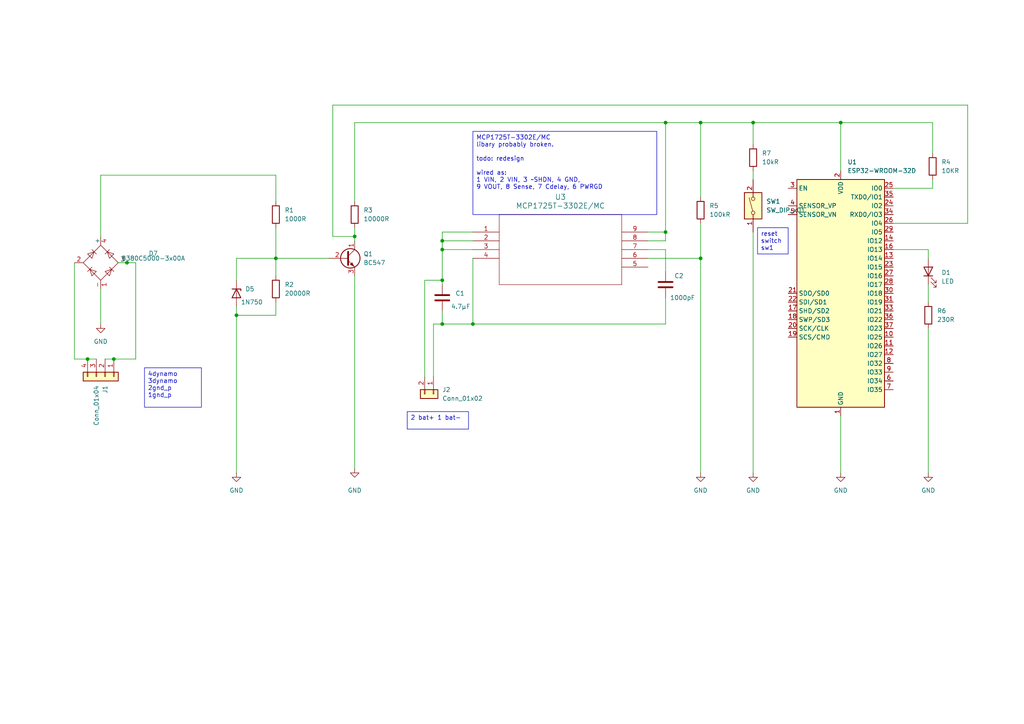
<source format=kicad_sch>
(kicad_sch (version 20230121) (generator eeschema)
  (paper "A4")
  (lib_symbols
    (symbol "Connector_Generic:Conn_01x02" (pin_names (offset 1.016) hide)
      (property "Reference" "J" (at 0 2.54 0))
      (property "Value" "Conn_01x02" (at 0 -5.08 0))
      (symbol "Conn_01x02_1_1"
        (rectangle (start -1.27 -2.413) (end 0 -2.667) (stroke (width 0.1524)))
        (rectangle (start -1.27 0.127) (end 0 -0.127) (stroke (width 0.1524)))
        (rectangle (start -1.27 1.27) (end 1.27 -3.81) (stroke (width 0.254)) (fill (type background)))
        (pin passive line (at -5.08 0 0) (length 3.81) (name "Pin_1") (number "1"))
        (pin passive line (at -5.08 -2.54 0) (length 3.81) (name "Pin_2") (number "2"))
      )
    )
    (symbol "Connector_Generic:Conn_01x04" (pin_names (offset 1.016) hide)
      (property "Reference" "J" (at 0 5.08 0))
      (property "Value" "Conn_01x04" (at 0 -7.62 0))
      (symbol "Conn_01x04_1_1"
        (rectangle (start -1.27 -4.953) (end 0 -5.207) (stroke (width 0.1524)))
        (rectangle (start -1.27 -2.413) (end 0 -2.667) (stroke (width 0.1524)))
        (rectangle (start -1.27 0.127) (end 0 -0.127) (stroke (width 0.1524)))
        (rectangle (start -1.27 2.667) (end 0 2.413) (stroke (width 0.1524)))
        (rectangle (start -1.27 3.81) (end 1.27 -6.35) (stroke (width 0.254)) (fill (type background)))
        (pin passive line (at -5.08 2.54 0) (length 3.81) (name "Pin_1") (number "1"))
        (pin passive line (at -5.08 0 0) (length 3.81) (name "Pin_2") (number "2"))
        (pin passive line (at -5.08 -2.54 0) (length 3.81) (name "Pin_3") (number "3"))
        (pin passive line (at -5.08 -5.08 0) (length 3.81) (name "Pin_4") (number "4"))
      )
    )
    (symbol "Device:C" (pin_numbers hide) (pin_names (offset 0.254))
      (property "Reference" "C" (at 0.635 2.54 0))
      (property "Value" "C" (at 0.635 -2.54 0))
      (symbol "C_0_1"
        (polyline (pts (xy -2.032 -0.762) (xy 2.032 -0.762)) (stroke (width 0.508)))
        (polyline (pts (xy -2.032 0.762) (xy 2.032 0.762)) (stroke (width 0.508)))
      )
      (symbol "C_1_1"
        (pin passive line (at 0 3.81 270) (length 2.794) (name "~") (number "1"))
        (pin passive line (at 0 -3.81 90) (length 2.794) (name "~") (number "2"))
      )
    )
    (symbol "Device:LED" (pin_numbers hide) (pin_names (offset 1.016) hide)
      (property "Reference" "D" (at 0 2.54 0))
      (property "Value" "LED" (at 0 -2.54 0))
      (symbol "LED_0_1"
        (polyline (pts (xy -1.27 -1.27) (xy -1.27 1.27)) (stroke (width 0.254)))
        (polyline (pts (xy -1.27 0) (xy 1.27 0)))
        (polyline (pts (xy 1.27 -1.27) (xy 1.27 1.27) (xy -1.27 0) (xy 1.27 -1.27)) (stroke (width 0.254)))
        (polyline (pts (xy -3.048 -0.762) (xy -4.572 -2.286) (xy -3.81 -2.286) (xy -4.572 -2.286) (xy -4.572 -1.524)))
        (polyline (pts (xy -1.778 -0.762) (xy -3.302 -2.286) (xy -2.54 -2.286) (xy -3.302 -2.286) (xy -3.302 -1.524)))
      )
      (symbol "LED_1_1"
        (pin passive line (at -3.81 0 0) (length 2.54) (name "K") (number "1"))
        (pin passive line (at 3.81 0 180) (length 2.54) (name "A") (number "2"))
      )
    )
    (symbol "Device:R" (pin_numbers hide) (pin_names (offset 0))
      (property "Reference" "R" (at 2.032 0 90))
      (property "Value" "R" (at 0 0 90))
      (symbol "R_0_1"
        (rectangle (start -1.016 -2.54) (end 1.016 2.54) (stroke (width 0.254)))
      )
      (symbol "R_1_1"
        (pin passive line (at 0 3.81 270) (length 1.27) (name "~") (number "1"))
        (pin passive line (at 0 -3.81 90) (length 1.27) (name "~") (number "2"))
      )
    )
    (symbol "Diode:1N53xxB" (pin_numbers hide) (pin_names hide)
      (property "Reference" "D" (at 0 2.54 0))
      (property "Value" "1N53xxB" (at 0 -2.54 0))
      (symbol "1N53xxB_0_1"
        (polyline (pts (xy 1.27 0) (xy -1.27 0)))
        (polyline (pts (xy -1.27 -1.27) (xy -1.27 1.27) (xy -0.762 1.27)) (stroke (width 0.254)))
        (polyline (pts (xy 1.27 -1.27) (xy 1.27 1.27) (xy -1.27 0) (xy 1.27 -1.27)) (stroke (width 0.254)))
      )
      (symbol "1N53xxB_1_1"
        (pin passive line (at -3.81 0 0) (length 2.54) (name "K") (number "1"))
        (pin passive line (at 3.81 0 180) (length 2.54) (name "A") (number "2"))
      )
    )
    (symbol "Diode_Bridge:B380C5000-3x00A" (pin_names (offset 0))
      (property "Reference" "D" (at 2.54 6.985 0))
      (property "Value" "B380C5000-3x00A" (at 2.54 5.08 0))
      (symbol "B380C5000-3x00A_0_1"
        (polyline (pts (xy -2.54 3.81) (xy -1.27 2.54)))
        (polyline (pts (xy -1.27 -2.54) (xy -2.54 -3.81)))
        (polyline (pts (xy 2.54 -1.27) (xy 3.81 -2.54)))
        (polyline (pts (xy 2.54 1.27) (xy 3.81 2.54)))
        (polyline (pts (xy -3.81 2.54) (xy -2.54 1.27) (xy -1.905 3.175) (xy -3.81 2.54)))
        (polyline (pts (xy -2.54 -1.27) (xy -3.81 -2.54) (xy -1.905 -3.175) (xy -2.54 -1.27)))
        (polyline (pts (xy 1.27 2.54) (xy 2.54 3.81) (xy 3.175 1.905) (xy 1.27 2.54)))
        (polyline (pts (xy 3.175 -1.905) (xy 1.27 -2.54) (xy 2.54 -3.81) (xy 3.175 -1.905)))
        (polyline (pts (xy -5.08 0) (xy 0 -5.08) (xy 5.08 0) (xy 0 5.08) (xy -5.08 0)))
      )
      (symbol "B380C5000-3x00A_1_1"
        (pin passive line (at -7.62 0 0) (length 2.54) (name "-") (number "1"))
        (pin passive line (at 0 7.62 270) (length 2.54) (name "~") (number "2"))
        (pin passive line (at 0 -7.62 90) (length 2.54) (name "~") (number "3"))
        (pin passive line (at 7.62 0 180) (length 2.54) (name "+") (number "4"))
      )
    )
    (symbol "RF_Module:ESP32-WROOM-32D"
      (property "Reference" "U" (at -12.7 34.29 0))
      (property "Value" "ESP32-WROOM-32D" (at 1.27 34.29 0))
      (symbol "ESP32-WROOM-32D_0_1"
        (rectangle (start -12.7 33.02) (end 12.7 -33.02) (stroke (width 0.254)) (fill (type background)))
      )
      (symbol "ESP32-WROOM-32D_1_1"
        (pin power_in line (at 0 -35.56 90) (length 2.54) (name "GND") (number "1"))
        (pin bidirectional line (at 15.24 -12.7 180) (length 2.54) (name "IO25") (number "10"))
        (pin bidirectional line (at 15.24 -15.24 180) (length 2.54) (name "IO26") (number "11"))
        (pin bidirectional line (at 15.24 -17.78 180) (length 2.54) (name "IO27") (number "12"))
        (pin bidirectional line (at 15.24 10.16 180) (length 2.54) (name "IO14") (number "13"))
        (pin bidirectional line (at 15.24 15.24 180) (length 2.54) (name "IO12") (number "14"))
        (pin passive line (at 0 -35.56 90) (length 2.54) hide (name "GND") (number "15"))
        (pin bidirectional line (at 15.24 12.7 180) (length 2.54) (name "IO13") (number "16"))
        (pin bidirectional line (at -15.24 -5.08 0) (length 2.54) (name "SHD/SD2") (number "17"))
        (pin bidirectional line (at -15.24 -7.62 0) (length 2.54) (name "SWP/SD3") (number "18"))
        (pin bidirectional line (at -15.24 -12.7 0) (length 2.54) (name "SCS/CMD") (number "19"))
        (pin power_in line (at 0 35.56 270) (length 2.54) (name "VDD") (number "2"))
        (pin bidirectional line (at -15.24 -10.16 0) (length 2.54) (name "SCK/CLK") (number "20"))
        (pin bidirectional line (at -15.24 0 0) (length 2.54) (name "SDO/SD0") (number "21"))
        (pin bidirectional line (at -15.24 -2.54 0) (length 2.54) (name "SDI/SD1") (number "22"))
        (pin bidirectional line (at 15.24 7.62 180) (length 2.54) (name "IO15") (number "23"))
        (pin bidirectional line (at 15.24 25.4 180) (length 2.54) (name "IO2") (number "24"))
        (pin bidirectional line (at 15.24 30.48 180) (length 2.54) (name "IO0") (number "25"))
        (pin bidirectional line (at 15.24 20.32 180) (length 2.54) (name "IO4") (number "26"))
        (pin bidirectional line (at 15.24 5.08 180) (length 2.54) (name "IO16") (number "27"))
        (pin bidirectional line (at 15.24 2.54 180) (length 2.54) (name "IO17") (number "28"))
        (pin bidirectional line (at 15.24 17.78 180) (length 2.54) (name "IO5") (number "29"))
        (pin input line (at -15.24 30.48 0) (length 2.54) (name "EN") (number "3"))
        (pin bidirectional line (at 15.24 0 180) (length 2.54) (name "IO18") (number "30"))
        (pin bidirectional line (at 15.24 -2.54 180) (length 2.54) (name "IO19") (number "31"))
        (pin no_connect line (at -12.7 -27.94 0) (length 2.54) hide (name "NC") (number "32"))
        (pin bidirectional line (at 15.24 -5.08 180) (length 2.54) (name "IO21") (number "33"))
        (pin bidirectional line (at 15.24 22.86 180) (length 2.54) (name "RXD0/IO3") (number "34"))
        (pin bidirectional line (at 15.24 27.94 180) (length 2.54) (name "TXD0/IO1") (number "35"))
        (pin bidirectional line (at 15.24 -7.62 180) (length 2.54) (name "IO22") (number "36"))
        (pin bidirectional line (at 15.24 -10.16 180) (length 2.54) (name "IO23") (number "37"))
        (pin passive line (at 0 -35.56 90) (length 2.54) hide (name "GND") (number "38"))
        (pin passive line (at 0 -35.56 90) (length 2.54) hide (name "GND") (number "39"))
        (pin input line (at -15.24 25.4 0) (length 2.54) (name "SENSOR_VP") (number "4"))
        (pin input line (at -15.24 22.86 0) (length 2.54) (name "SENSOR_VN") (number "5"))
        (pin input line (at 15.24 -25.4 180) (length 2.54) (name "IO34") (number "6"))
        (pin input line (at 15.24 -27.94 180) (length 2.54) (name "IO35") (number "7"))
        (pin bidirectional line (at 15.24 -20.32 180) (length 2.54) (name "IO32") (number "8"))
        (pin bidirectional line (at 15.24 -22.86 180) (length 2.54) (name "IO33") (number "9"))
      )
    )
    (symbol "Switch:SW_DIP_x01" (pin_names (offset 0) hide)
      (property "Reference" "SW" (at 0 3.81 0))
      (property "Value" "SW_DIP_x01" (at 0 -3.81 0))
      (symbol "SW_DIP_x01_0_0"
        (circle (center -2.032 0) (radius 0.508))
        (polyline (pts (xy -1.524 0.127) (xy 2.3622 1.1684)))
        (circle (center 2.032 0) (radius 0.508))
      )
      (symbol "SW_DIP_x01_0_1"
        (rectangle (start -3.81 2.54) (end 3.81 -2.54) (stroke (width 0.254)) (fill (type background)))
      )
      (symbol "SW_DIP_x01_1_1"
        (pin passive line (at -7.62 0 0) (length 5.08) (name "~") (number "1"))
        (pin passive line (at 7.62 0 180) (length 5.08) (name "~") (number "2"))
      )
    )
    (symbol "Transistor_BJT:BC547" (pin_names (offset 0) hide)
      (property "Reference" "Q" (at 5.08 1.905 0))
      (property "Value" "BC547" (at 5.08 0 0))
      (symbol "BC547_0_1"
        (polyline (pts (xy 0 0) (xy 0.635 0)))
        (polyline (pts (xy 0.635 0.635) (xy 2.54 2.54)))
        (polyline (pts (xy 0.635 -0.635) (xy 2.54 -2.54) (xy 2.54 -2.54)))
        (polyline (pts (xy 0.635 1.905) (xy 0.635 -1.905) (xy 0.635 -1.905)) (stroke (width 0.508)))
        (polyline (pts (xy 1.27 -1.778) (xy 1.778 -1.27) (xy 2.286 -2.286) (xy 1.27 -1.778) (xy 1.27 -1.778)) (fill (type outline)))
        (circle (center 1.27 0) (radius 2.8194) (stroke (width 0.254)))
      )
      (symbol "BC547_1_1"
        (pin passive line (at 2.54 5.08 270) (length 2.54) (name "C") (number "1"))
        (pin input line (at -5.08 0 0) (length 5.08) (name "B") (number "2"))
        (pin passive line (at 2.54 -5.08 90) (length 2.54) (name "E") (number "3"))
      )
    )
    (symbol "power:GND" (power) (pin_names (offset 0))
      (property "Value" "GND" (at 0 -3.81 0))
      (symbol "GND_0_1"
        (polyline (pts (xy 0 0) (xy 0 -1.27) (xy 1.27 -1.27) (xy 0 -2.54) (xy -1.27 -1.27) (xy 0 -1.27)))
      )
      (symbol "GND_1_1"
        (pin power_in line (at 0 0 270) (length 0) hide (name "GND") (number "1"))
      )
    )
    (symbol "test:MCP1725T-3302E_MC" (pin_names (offset 0.254))
      (property "Reference" "U" (at 25.4 10.16 0))
      (property "Value" "MCP1725T-3302E/MC" (at 25.4 7.62 0))
      (symbol "MCP1725T-3302E_MC_0_1"
        (polyline (pts (xy 7.62 -15.24) (xy 43.18 -15.24)) (stroke (width 0.127)))
        (polyline (pts (xy 7.62 5.08) (xy 7.62 -15.24)) (stroke (width 0.127)))
        (polyline (pts (xy 43.18 -15.24) (xy 43.18 5.08)) (stroke (width 0.127)))
        (polyline (pts (xy 43.18 5.08) (xy 7.62 5.08)) (stroke (width 0.127)))
        (pin unspecified line (at 0 0 0) (length 7.62) (name "") (number "1"))
        (pin unspecified line (at 0 -2.54 0) (length 7.62) (name "") (number "2"))
        (pin unspecified line (at 0 -5.08 0) (length 7.62) (name "") (number "3"))
        (pin unspecified line (at 0 -7.62 0) (length 7.62) (name "") (number "4"))
        (pin unspecified line (at 50.8 -10.16 180) (length 7.62) (name "") (number "5"))
        (pin unspecified line (at 50.8 -7.62 180) (length 7.62) (name "") (number "6"))
        (pin unspecified line (at 50.8 -5.08 180) (length 7.62) (name "") (number "7"))
        (pin unspecified line (at 50.8 -2.54 180) (length 7.62) (name "") (number "8"))
        (pin unspecified line (at 50.8 0 180) (length 7.62) (name "") (number "9"))
      )
    )
  )
  (junction (at 36.83 76.2))
  (junction (at 218.44 35.56))
  (junction (at 128.27 72.39))
  (junction (at 80.01 74.93))
  (junction (at 68.58 91.44))
  (junction (at 203.2 35.56))
  (junction (at 128.27 69.85))
  (junction (at 193.04 67.31))
  (junction (at 25.4 104.14))
  (junction (at 102.87 68.58))
  (junction (at 243.84 35.56))
  (junction (at 33.02 104.14))
  (junction (at 203.2 74.93))
  (junction (at 128.27 93.98))
  (junction (at 137.16 93.98))
  (junction (at 193.04 35.56))
  (junction (at 128.27 81.28))
  (wire (pts (xy 33.02 104.14) (xy 39.37 104.14)))
  (wire (pts (xy 39.37 76.2) (xy 39.37 104.14)))
  (wire (pts (xy 39.37 76.2) (xy 36.83 76.2)))
  (wire (pts (xy 243.84 35.56) (xy 243.84 49.53)))
  (wire (pts (xy 25.4 104.14) (xy 27.94 104.14)))
  (wire (pts (xy 218.44 35.56) (xy 218.44 41.91)))
  (wire (pts (xy 128.27 90.17) (xy 128.27 93.98)))
  (wire (pts (xy 29.21 83.82) (xy 29.21 93.98)))
  (wire (pts (xy 203.2 57.15) (xy 203.2 35.56)))
  (wire (pts (xy 123.19 81.28) (xy 123.19 109.22)))
  (wire (pts (xy 270.51 54.61) (xy 270.51 52.07)))
  (wire (pts (xy 96.52 68.58) (xy 96.52 30.48)))
  (wire (pts (xy 193.04 67.31) (xy 193.04 69.85)))
  (wire (pts (xy 137.16 93.98) (xy 137.16 74.93)))
  (wire (pts (xy 187.96 67.31) (xy 193.04 67.31)))
  (wire (pts (xy 243.84 35.56) (xy 270.51 35.56)))
  (wire (pts (xy 68.58 91.44) (xy 68.58 137.16)))
  (wire (pts (xy 259.08 54.61) (xy 270.51 54.61)))
  (wire (pts (xy 203.2 35.56) (xy 218.44 35.56)))
  (wire (pts (xy 269.24 72.39) (xy 269.24 74.93)))
  (wire (pts (xy 187.96 72.39) (xy 193.04 72.39)))
  (wire (pts (xy 80.01 50.8) (xy 80.01 58.42)))
  (wire (pts (xy 218.44 67.31) (xy 218.44 137.16)))
  (wire (pts (xy 128.27 93.98) (xy 137.16 93.98)))
  (wire (pts (xy 68.58 74.93) (xy 68.58 81.28)))
  (wire (pts (xy 137.16 93.98) (xy 193.04 93.98)))
  (wire (pts (xy 128.27 81.28) (xy 128.27 82.55)))
  (wire (pts (xy 96.52 30.48) (xy 280.67 30.48)))
  (wire (pts (xy 29.21 50.8) (xy 29.21 68.58)))
  (wire (pts (xy 102.87 35.56) (xy 102.87 58.42)))
  (wire (pts (xy 68.58 88.9) (xy 68.58 91.44)))
  (wire (pts (xy 80.01 87.63) (xy 80.01 91.44)))
  (wire (pts (xy 34.29 76.2) (xy 36.83 76.2)))
  (wire (pts (xy 243.84 120.65) (xy 243.84 137.16)))
  (wire (pts (xy 128.27 72.39) (xy 128.27 81.28)))
  (wire (pts (xy 280.67 30.48) (xy 280.67 64.77)))
  (wire (pts (xy 193.04 35.56) (xy 193.04 67.31)))
  (wire (pts (xy 270.51 35.56) (xy 270.51 44.45)))
  (wire (pts (xy 102.87 66.04) (xy 102.87 68.58)))
  (wire (pts (xy 269.24 95.25) (xy 269.24 137.16)))
  (wire (pts (xy 21.59 76.2) (xy 21.59 104.14)))
  (wire (pts (xy 128.27 69.85) (xy 137.16 69.85)))
  (wire (pts (xy 125.73 93.98) (xy 125.73 109.22)))
  (wire (pts (xy 128.27 69.85) (xy 128.27 72.39)))
  (wire (pts (xy 29.21 50.8) (xy 80.01 50.8)))
  (wire (pts (xy 102.87 68.58) (xy 96.52 68.58)))
  (wire (pts (xy 102.87 80.01) (xy 102.87 135.89)))
  (wire (pts (xy 193.04 72.39) (xy 193.04 78.74)))
  (wire (pts (xy 128.27 72.39) (xy 137.16 72.39)))
  (wire (pts (xy 102.87 68.58) (xy 102.87 69.85)))
  (wire (pts (xy 259.08 72.39) (xy 269.24 72.39)))
  (wire (pts (xy 193.04 86.36) (xy 193.04 93.98)))
  (wire (pts (xy 218.44 49.53) (xy 218.44 52.07)))
  (wire (pts (xy 80.01 74.93) (xy 80.01 80.01)))
  (wire (pts (xy 68.58 91.44) (xy 80.01 91.44)))
  (wire (pts (xy 125.73 93.98) (xy 128.27 93.98)))
  (wire (pts (xy 187.96 69.85) (xy 193.04 69.85)))
  (wire (pts (xy 30.48 104.14) (xy 33.02 104.14)))
  (wire (pts (xy 102.87 35.56) (xy 193.04 35.56)))
  (wire (pts (xy 218.44 35.56) (xy 243.84 35.56)))
  (wire (pts (xy 21.59 104.14) (xy 25.4 104.14)))
  (wire (pts (xy 203.2 74.93) (xy 203.2 137.16)))
  (wire (pts (xy 128.27 81.28) (xy 123.19 81.28)))
  (wire (pts (xy 128.27 67.31) (xy 128.27 69.85)))
  (wire (pts (xy 203.2 64.77) (xy 203.2 74.93)))
  (wire (pts (xy 193.04 35.56) (xy 203.2 35.56)))
  (wire (pts (xy 95.25 74.93) (xy 80.01 74.93)))
  (wire (pts (xy 259.08 64.77) (xy 280.67 64.77)))
  (wire (pts (xy 128.27 67.31) (xy 137.16 67.31)))
  (wire (pts (xy 80.01 66.04) (xy 80.01 74.93)))
  (wire (pts (xy 80.01 74.93) (xy 68.58 74.93)))
  (wire (pts (xy 269.24 82.55) (xy 269.24 87.63)))
  (wire (pts (xy 187.96 74.93) (xy 203.2 74.93)))
  (text_box "2 bat+ 1 bat-" (at 118.11 119.38 0) (size 17.78 5.08) (effects (font (size 1.27 1.27)) (justify left top)))
  (text_box "reset \nswitch\nsw1\n\n" (at 219.71 66.04 0) (size 8.89 7.62) (effects (font (size 1.27 1.27)) (justify left top)))
  (text_box "4dynamo 3dynamo  2gnd_p  1gnd_p" (at 41.91 106.68 0) (size 16.51 11.43) (effects (font (size 1.27 1.27)) (justify left top)))
  (text_box "MCP1725T-3302E/MC\nlibary probably broken.\n\ntodo: redesign\n\nwired as:\n1 VIN, 2 VIN, 3 ~SHDN, 4 GND,\n9 VOUT, 8 Sense, 7 Cdelay, 6 PWRGD" (at 137.16 38.1 0) (size 53.34 24.13) (effects (font (size 1.27 1.27)) (justify left top)))
  (symbol (lib_id "power:GND") (at 203.2 137.16 0) (unit 1)
    (property "Reference" "#PWR01" (effects hide))
    (property "Value" "GND" (at 203.2 142.24 0))
  )
  (symbol (lib_id "Device:LED") (at 269.24 78.74 90) (unit 1)
    (property "Reference" "D1" (at 273.05 79.0575 90) (effects (justify right)))
    (property "Value" "LED" (at 273.05 81.5975 90) (effects (justify right)))
  )
  (symbol (lib_id "power:GND") (at 102.87 135.89 0) (unit 1)
    (property "Reference" "#PWR03" (effects hide))
    (property "Value" "GND" (at 102.87 142.24 0))
  )
  (symbol (lib_id "power:GND") (at 29.21 93.98 0) (unit 1)
    (property "Reference" "#PWR04" (effects hide))
    (property "Value" "GND" (at 29.21 99.06 0))
  )
  (symbol (lib_id "power:GND") (at 269.24 137.16 0) (unit 1)
    (property "Reference" "#PWR05" (effects hide))
    (property "Value" "GND" (at 269.24 142.24 0))
  )
  (symbol (lib_id "Connector_Generic:Conn_01x02") (at 125.73 114.3 270) (unit 1)
    (property "Reference" "J2" (at 128.27 113.03 90) (effects (justify left)))
    (property "Value" "Conn_01x02" (at 128.27 115.57 90) (effects (justify left)))
  )
  (symbol (lib_id "Device:C") (at 128.27 86.36 0) (unit 1)
    (property "Reference" "C1" (at 132.08 85.09 0) (effects (justify left)))
    (property "Value" "4.7μF" (at 130.81 88.9 0) (effects (justify left)))
    (property "Footprint" "Capacitor_THT:C_Rect_L16.5mm_W4.7mm_P15.00mm_MKT" (effects hide))
  )
  (symbol (lib_id "Device:R") (at 269.24 91.44 0) (unit 1)
    (property "Reference" "R6" (at 271.78 90.17 0) (effects (justify left)))
    (property "Value" "230R" (at 271.78 92.71 0) (effects (justify left)))
  )
  (symbol (lib_id "Diode_Bridge:B380C5000-3x00A") (at 29.21 76.2 90) (unit 1)
    (property "Reference" "D7" (at 44.45 73.5077 90))
    (property "Value" "B380C5000-3x00A" (at 44.45 74.93 90))
    (property "Footprint" "Diode_THT:Diode_Bridge_32.0x5.6x17.0mm_P10.0mm_P7.5mm" (effects hide))
    (property "Datasheet" "https://diotec.com/tl_files/diotec/files/pdf/datasheets/b40c500033" (effects hide))
  )
  (symbol (lib_id "Transistor_BJT:BC547") (at 100.33 74.93 0) (unit 1)
    (property "Reference" "Q1" (at 105.41 73.66 0) (effects (justify left)))
    (property "Value" "BC547" (at 105.41 76.2 0) (effects (justify left)))
    (property "Footprint" "Package_TO_SOT_THT:TO-92_Inline" (effects hide))
    (property "Datasheet" "https://www.onsemi.com/pub/Collateral/BC550-D.pdf" (effects hide))
  )
  (symbol (lib_id "Device:C") (at 193.04 82.55 0) (unit 1)
    (property "Reference" "C2" (at 195.58 80.01 0) (effects (justify left)))
    (property "Value" "1000pF" (at 194.31 86.36 0) (effects (justify left)))
    (property "Footprint" "Capacitor_THT:C_Rect_L16.5mm_W4.7mm_P15.00mm_MKT" (effects hide))
  )
  (symbol (lib_id "power:GND") (at 218.44 137.16 0) (unit 1)
    (property "Reference" "#PWR06" (effects hide))
    (property "Value" "GND" (at 218.44 142.24 0))
  )
  (symbol (lib_id "Device:R") (at 80.01 62.23 0) (unit 1)
    (property "Reference" "R1" (at 82.55 60.96 0) (effects (justify left)))
    (property "Value" "1000R" (at 82.55 63.5 0) (effects (justify left)))
    (property "Footprint" "Resistor_SMD:R_0805_2012Metric_Pad1.20x1.40mm_HandSolder" (effects hide))
  )
  (symbol (lib_id "Connector_Generic:Conn_01x04") (at 30.48 109.22 270) (unit 1)
    (property "Reference" "J1" (at 30.48 111.76 0) (effects (justify left)))
    (property "Value" "Conn_01x04" (at 27.94 111.76 0) (effects (justify left)))
  )
  (symbol (lib_id "power:GND") (at 68.58 137.16 0) (unit 1)
    (property "Reference" "#PWR02" (effects hide))
    (property "Value" "GND" (at 68.58 142.24 0))
  )
  (symbol (lib_id "Switch:SW_DIP_x01") (at 218.44 59.69 90) (unit 1)
    (property "Reference" "SW1" (at 222.25 58.42 90) (effects (justify right)))
    (property "Value" "SW_DIP_x01" (at 222.25 60.96 90) (effects (justify right)))
  )
  (symbol (lib_id "test:MCP1725T-3302E_MC") (at 137.16 67.31 0) (unit 1)
    (property "Reference" "U3" (at 162.56 57.15 0) (effects (font (size 1.524 1.524))))
    (property "Value" "MCP1725T-3302E/MC" (at 162.56 59.69 0) (effects (font (size 1.524 1.524))))
    (property "Footprint" "DFN8_2x3MC_MCH" (effects hide))
    (property "Datasheet" "MCP1725T-3302E/MC" (effects hide))
  )
  (symbol (lib_id "RF_Module:ESP32-WROOM-32D") (at 243.84 85.09 0) (unit 1)
    (property "Reference" "U1" (at 245.7959 46.99 0) (effects (justify left)))
    (property "Value" "ESP32-WROOM-32D" (at 245.7959 49.53 0) (effects (justify left)))
    (property "Footprint" "RF_Module:ESP32-WROOM-32D" (effects hide))
    (property "Datasheet" "https://www.espressif.com/sites/default/files/documentation/esp32-wroom-32d_esp32-wroom-32u_datasheet_en.pdf" (effects hide))
  )
  (symbol (lib_id "Device:R") (at 218.44 45.72 0) (unit 1)
    (property "Reference" "R7" (at 220.98 44.45 0) (effects (justify left)))
    (property "Value" "10kR" (at 220.98 46.99 0) (effects (justify left)))
  )
  (symbol (lib_id "power:GND") (at 243.84 137.16 0) (unit 1)
    (property "Reference" "#PWR07" (effects hide))
    (property "Value" "GND" (at 243.84 142.24 0))
  )
  (symbol (lib_id "Device:R") (at 102.87 62.23 0) (unit 1)
    (property "Reference" "R3" (at 105.41 60.96 0) (effects (justify left)))
    (property "Value" "10000R" (at 105.41 63.5 0) (effects (justify left)))
    (property "Footprint" "Resistor_SMD:R_0805_2012Metric_Pad1.20x1.40mm_HandSolder" (effects hide))
  )
  (symbol (lib_id "Device:R") (at 203.2 60.96 0) (unit 1)
    (property "Reference" "R5" (at 205.74 59.69 0) (effects (justify left)))
    (property "Value" "100kR" (at 205.74 62.23 0) (effects (justify left)))
  )
  (symbol (lib_id "Device:R") (at 270.51 48.26 0) (unit 1)
    (property "Reference" "R4" (at 273.05 46.99 0) (effects (justify left)))
    (property "Value" "10KR" (at 273.05 49.53 0) (effects (justify left)))
    (property "Footprint" "Resistor_SMD:R_0805_2012Metric_Pad1.20x1.40mm_HandSolder" (effects hide))
  )
  (symbol (lib_id "Diode:1N53xxB") (at 68.58 85.09 270) (unit 1)
    (property "Reference" "D5" (at 71.12 83.82 90) (effects (justify left)))
    (property "Value" "1N750" (at 69.85 87.63 90) (effects (justify left)))
    (property "Footprint" "Diode_THT:D_DO-201_P15.24mm_Horizontal" (effects hide))
    (property "Datasheet" "https://diotec.com/tl_files/diotec/files/pdf/datasheets/1n5345b.pdf" (effects hide))
  )
  (symbol (lib_id "Device:R") (at 80.01 83.82 0) (unit 1)
    (property "Reference" "R2" (at 82.55 82.55 0) (effects (justify left)))
    (property "Value" "20000R" (at 82.55 85.09 0) (effects (justify left)))
    (property "Footprint" "Resistor_SMD:R_0805_2012Metric_Pad1.20x1.40mm_HandSolder" (effects hide))
  )
)
</source>
